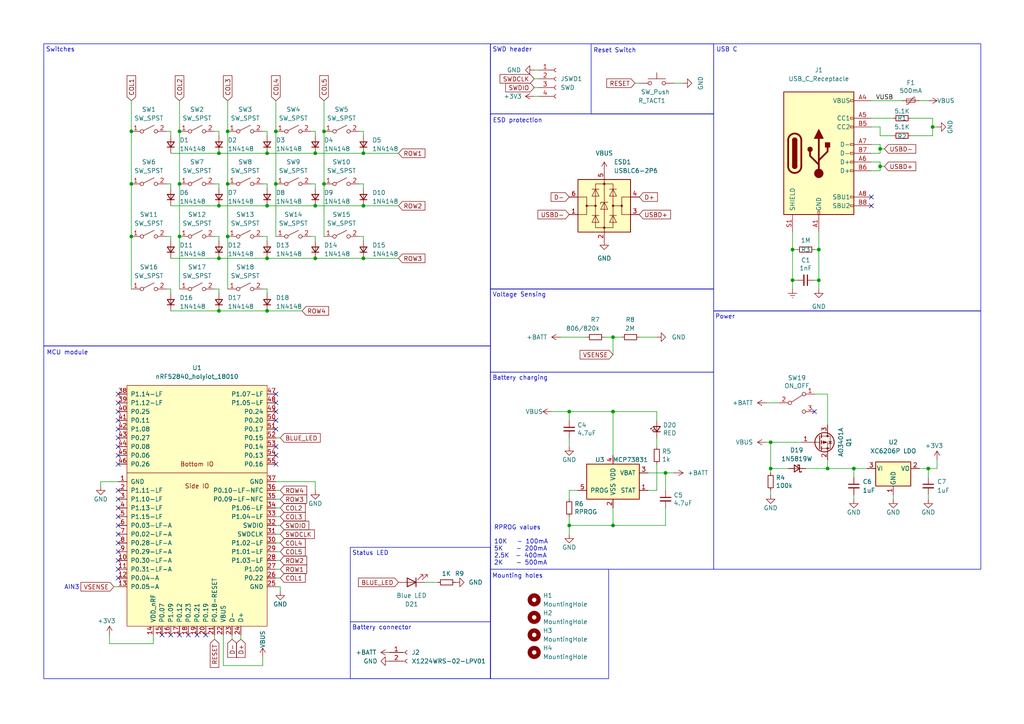
<source format=kicad_sch>
(kicad_sch (version 20231120) (generator "eeschema") (generator_version "8.0")
  (paper "A4")
  (junction (at 38.1 53.34))
  (junction (at 38.1 68.58))
  (junction (at 165.1 119.38))
  (junction (at 91.44 74.93))
  (junction (at 270.51 36.83))
  (junction (at 237.49 81.28))
  (junction (at 93.98 38.1))
  (junction (at 91.44 44.45))
  (junction (at 247.65 135.89))
  (junction (at 80.01 38.1))
  (junction (at 255.27 48.26))
  (junction (at 52.07 68.58))
  (junction (at 229.87 72.39))
  (junction (at 105.41 59.69))
  (junction (at 193.04 137.16))
  (junction (at 105.41 74.93))
  (junction (at 66.04 53.34))
  (junction (at 52.07 53.34))
  (junction (at 77.47 59.69))
  (junction (at 77.47 44.45))
  (junction (at 80.01 53.34))
  (junction (at 63.5 74.93))
  (junction (at 269.24 135.89))
  (junction (at 93.98 53.34))
  (junction (at 223.52 128.27))
  (junction (at 237.49 72.39))
  (junction (at 223.52 135.89))
  (junction (at 240.03 135.89))
  (junction (at 177.8 119.38))
  (junction (at 63.5 90.17))
  (junction (at 66.04 68.58))
  (junction (at 38.1 38.1))
  (junction (at 91.44 59.69))
  (junction (at 165.1 152.4))
  (junction (at 52.07 38.1))
  (junction (at 63.5 44.45))
  (junction (at 63.5 59.69))
  (junction (at 229.87 81.28))
  (junction (at 105.41 44.45))
  (junction (at 177.8 152.4))
  (junction (at 66.04 38.1))
  (junction (at 77.47 90.17))
  (junction (at 177.8 97.79))
  (junction (at 77.47 74.93))
  (junction (at 255.27 43.18))
  (no_connect (at 34.29 142.24))
  (no_connect (at 80.01 114.3))
  (no_connect (at 34.29 149.86))
  (no_connect (at 80.01 116.84))
  (no_connect (at 80.01 121.92))
  (no_connect (at 34.29 167.64))
  (no_connect (at 34.29 157.48))
  (no_connect (at 34.29 144.78))
  (no_connect (at 34.29 121.92))
  (no_connect (at 34.29 160.02))
  (no_connect (at 59.69 184.15))
  (no_connect (at 52.07 184.15))
  (no_connect (at 80.01 119.38))
  (no_connect (at 236.22 119.38))
  (no_connect (at 34.29 152.4))
  (no_connect (at 80.01 132.08))
  (no_connect (at 34.29 147.32))
  (no_connect (at 34.29 134.62))
  (no_connect (at 34.29 116.84))
  (no_connect (at 34.29 132.08))
  (no_connect (at 80.01 129.54))
  (no_connect (at 80.01 124.46))
  (no_connect (at 252.73 57.15))
  (no_connect (at 34.29 129.54))
  (no_connect (at 80.01 134.62))
  (no_connect (at 54.61 184.15))
  (no_connect (at 34.29 124.46))
  (no_connect (at 49.53 184.15))
  (no_connect (at 252.73 59.69))
  (no_connect (at 34.29 154.94))
  (no_connect (at 34.29 127))
  (no_connect (at 34.29 165.1))
  (no_connect (at 34.29 114.3))
  (no_connect (at 46.99 184.15))
  (no_connect (at 34.29 119.38))
  (no_connect (at 34.29 162.56))
  (no_connect (at 57.15 184.15))
  (wire (pts (xy 63.5 90.17) (xy 77.47 90.17)))
  (wire (pts (xy 64.77 184.15) (xy 64.77 193.04)))
  (wire (pts (xy 63.5 53.34) (xy 62.23 53.34)))
  (wire (pts (xy 154.94 20.32) (xy 156.21 20.32)))
  (wire (pts (xy 63.5 44.45) (xy 77.47 44.45)))
  (wire (pts (xy 29.21 139.7) (xy 29.21 140.97)))
  (wire (pts (xy 91.44 53.34) (xy 90.17 53.34)))
  (wire (pts (xy 91.44 54.61) (xy 91.44 53.34)))
  (wire (pts (xy 31.75 186.69) (xy 44.45 186.69)))
  (wire (pts (xy 91.44 38.1) (xy 90.17 38.1)))
  (wire (pts (xy 266.7 29.21) (xy 269.24 29.21)))
  (wire (pts (xy 91.44 68.58) (xy 90.17 68.58)))
  (wire (pts (xy 77.47 69.85) (xy 77.47 68.58)))
  (wire (pts (xy 252.73 46.99) (xy 255.27 46.99)))
  (wire (pts (xy 49.53 38.1) (xy 48.26 38.1)))
  (wire (pts (xy 66.04 53.34) (xy 66.04 68.58)))
  (wire (pts (xy 49.53 59.69) (xy 63.5 59.69)))
  (wire (pts (xy 237.49 72.39) (xy 237.49 67.31)))
  (wire (pts (xy 81.28 144.78) (xy 80.01 144.78)))
  (wire (pts (xy 77.47 68.58) (xy 76.2 68.58)))
  (wire (pts (xy 229.87 81.28) (xy 229.87 72.39)))
  (wire (pts (xy 233.68 135.89) (xy 240.03 135.89)))
  (wire (pts (xy 63.5 69.85) (xy 63.5 68.58)))
  (wire (pts (xy 81.28 167.64) (xy 80.01 167.64)))
  (wire (pts (xy 229.87 81.28) (xy 231.14 81.28)))
  (wire (pts (xy 105.41 74.93) (xy 115.57 74.93)))
  (wire (pts (xy 81.28 160.02) (xy 80.01 160.02)))
  (wire (pts (xy 105.41 68.58) (xy 105.41 69.85)))
  (wire (pts (xy 91.44 74.93) (xy 105.41 74.93)))
  (wire (pts (xy 187.96 142.24) (xy 190.5 142.24)))
  (wire (pts (xy 91.44 139.7) (xy 91.44 142.24)))
  (wire (pts (xy 49.53 39.37) (xy 49.53 38.1)))
  (wire (pts (xy 237.49 81.28) (xy 237.49 72.39)))
  (wire (pts (xy 105.41 44.45) (xy 115.57 44.45)))
  (wire (pts (xy 193.04 137.16) (xy 193.04 142.24)))
  (wire (pts (xy 222.25 116.84) (xy 226.06 116.84)))
  (wire (pts (xy 269.24 135.89) (xy 269.24 138.43)))
  (wire (pts (xy 177.8 147.32) (xy 177.8 152.4)))
  (wire (pts (xy 77.47 38.1) (xy 76.2 38.1)))
  (wire (pts (xy 255.27 48.26) (xy 255.27 49.53)))
  (wire (pts (xy 165.1 154.94) (xy 165.1 152.4)))
  (wire (pts (xy 184.15 24.13) (xy 185.42 24.13)))
  (wire (pts (xy 270.51 36.83) (xy 271.78 36.83)))
  (wire (pts (xy 77.47 90.17) (xy 87.63 90.17)))
  (wire (pts (xy 237.49 83.82) (xy 237.49 81.28)))
  (wire (pts (xy 66.04 68.58) (xy 66.04 83.82)))
  (wire (pts (xy 255.27 43.18) (xy 255.27 44.45)))
  (wire (pts (xy 49.53 74.93) (xy 63.5 74.93)))
  (wire (pts (xy 236.22 81.28) (xy 237.49 81.28)))
  (wire (pts (xy 193.04 137.16) (xy 195.58 137.16)))
  (wire (pts (xy 77.47 44.45) (xy 91.44 44.45)))
  (wire (pts (xy 63.5 85.09) (xy 63.5 83.82)))
  (wire (pts (xy 270.51 39.37) (xy 264.16 39.37)))
  (wire (pts (xy 236.22 72.39) (xy 237.49 72.39)))
  (wire (pts (xy 177.8 119.38) (xy 177.8 132.08)))
  (wire (pts (xy 228.6 135.89) (xy 223.52 135.89)))
  (wire (pts (xy 259.08 143.51) (xy 259.08 144.78)))
  (wire (pts (xy 105.41 38.1) (xy 105.41 39.37)))
  (wire (pts (xy 252.73 49.53) (xy 255.27 49.53)))
  (wire (pts (xy 162.56 97.79) (xy 170.18 97.79)))
  (wire (pts (xy 63.5 74.93) (xy 77.47 74.93)))
  (wire (pts (xy 81.28 157.48) (xy 80.01 157.48)))
  (wire (pts (xy 255.27 46.99) (xy 255.27 48.26)))
  (wire (pts (xy 81.28 147.32) (xy 80.01 147.32)))
  (wire (pts (xy 165.1 142.24) (xy 165.1 144.78)))
  (wire (pts (xy 154.94 22.86) (xy 156.21 22.86)))
  (wire (pts (xy 187.96 137.16) (xy 193.04 137.16)))
  (wire (pts (xy 195.58 24.13) (xy 198.12 24.13)))
  (wire (pts (xy 80.01 29.21) (xy 80.01 38.1)))
  (wire (pts (xy 67.31 184.15) (xy 67.31 185.42)))
  (wire (pts (xy 80.01 154.94) (xy 81.28 154.94)))
  (wire (pts (xy 190.5 142.24) (xy 190.5 134.62)))
  (wire (pts (xy 31.75 186.69) (xy 31.75 184.15)))
  (wire (pts (xy 256.54 43.18) (xy 255.27 43.18)))
  (wire (pts (xy 175.26 97.79) (xy 177.8 97.79)))
  (wire (pts (xy 76.2 193.04) (xy 76.2 190.5)))
  (wire (pts (xy 63.5 38.1) (xy 62.23 38.1)))
  (wire (pts (xy 52.07 29.21) (xy 52.07 38.1)))
  (wire (pts (xy 240.03 114.3) (xy 240.03 123.19)))
  (wire (pts (xy 177.8 97.79) (xy 180.34 97.79)))
  (wire (pts (xy 33.02 170.18) (xy 34.29 170.18)))
  (wire (pts (xy 91.44 69.85) (xy 91.44 68.58)))
  (wire (pts (xy 240.03 135.89) (xy 247.65 135.89)))
  (wire (pts (xy 223.52 135.89) (xy 223.52 137.16)))
  (wire (pts (xy 190.5 121.92) (xy 190.5 119.38)))
  (wire (pts (xy 49.53 53.34) (xy 48.26 53.34)))
  (wire (pts (xy 270.51 39.37) (xy 270.51 36.83)))
  (wire (pts (xy 229.87 83.82) (xy 229.87 81.28)))
  (wire (pts (xy 255.27 41.91) (xy 255.27 43.18)))
  (wire (pts (xy 105.41 53.34) (xy 104.14 53.34)))
  (wire (pts (xy 77.47 83.82) (xy 77.47 85.09)))
  (wire (pts (xy 49.53 90.17) (xy 63.5 90.17)))
  (wire (pts (xy 252.73 41.91) (xy 255.27 41.91)))
  (wire (pts (xy 80.01 139.7) (xy 91.44 139.7)))
  (wire (pts (xy 177.8 152.4) (xy 193.04 152.4)))
  (wire (pts (xy 81.28 170.18) (xy 81.28 171.45)))
  (wire (pts (xy 165.1 121.92) (xy 165.1 119.38)))
  (wire (pts (xy 77.47 59.69) (xy 91.44 59.69)))
  (wire (pts (xy 264.16 34.29) (xy 270.51 34.29)))
  (wire (pts (xy 91.44 44.45) (xy 105.41 44.45)))
  (wire (pts (xy 105.41 68.58) (xy 104.14 68.58)))
  (wire (pts (xy 247.65 135.89) (xy 247.65 138.43)))
  (wire (pts (xy 63.5 59.69) (xy 77.47 59.69)))
  (wire (pts (xy 64.77 193.04) (xy 76.2 193.04)))
  (wire (pts (xy 44.45 186.69) (xy 44.45 184.15)))
  (wire (pts (xy 80.01 170.18) (xy 81.28 170.18)))
  (wire (pts (xy 63.5 54.61) (xy 63.5 53.34)))
  (wire (pts (xy 77.47 39.37) (xy 77.47 38.1)))
  (wire (pts (xy 255.27 39.37) (xy 259.08 39.37)))
  (wire (pts (xy 52.07 53.34) (xy 52.07 68.58)))
  (wire (pts (xy 77.47 74.93) (xy 91.44 74.93)))
  (wire (pts (xy 167.64 142.24) (xy 165.1 142.24)))
  (wire (pts (xy 34.29 139.7) (xy 29.21 139.7)))
  (wire (pts (xy 255.27 36.83) (xy 252.73 36.83)))
  (wire (pts (xy 81.28 162.56) (xy 80.01 162.56)))
  (wire (pts (xy 255.27 39.37) (xy 255.27 36.83)))
  (wire (pts (xy 93.98 29.21) (xy 93.98 38.1)))
  (wire (pts (xy 236.22 114.3) (xy 240.03 114.3)))
  (wire (pts (xy 247.65 143.51) (xy 247.65 144.78)))
  (wire (pts (xy 271.78 133.35) (xy 271.78 135.89)))
  (wire (pts (xy 154.94 27.94) (xy 156.21 27.94)))
  (wire (pts (xy 38.1 29.21) (xy 38.1 38.1)))
  (wire (pts (xy 177.8 152.4) (xy 165.1 152.4)))
  (wire (pts (xy 52.07 68.58) (xy 52.07 83.82)))
  (wire (pts (xy 38.1 38.1) (xy 38.1 53.34)))
  (wire (pts (xy 66.04 29.21) (xy 66.04 38.1)))
  (wire (pts (xy 177.8 97.79) (xy 177.8 102.87)))
  (wire (pts (xy 154.94 25.4) (xy 156.21 25.4)))
  (wire (pts (xy 165.1 127) (xy 165.1 129.54)))
  (wire (pts (xy 105.41 59.69) (xy 115.57 59.69)))
  (wire (pts (xy 223.52 135.89) (xy 223.52 128.27)))
  (wire (pts (xy 223.52 142.24) (xy 223.52 143.51)))
  (wire (pts (xy 93.98 38.1) (xy 93.98 53.34)))
  (wire (pts (xy 105.41 53.34) (xy 105.41 54.61)))
  (wire (pts (xy 80.01 53.34) (xy 80.01 68.58)))
  (wire (pts (xy 63.5 39.37) (xy 63.5 38.1)))
  (wire (pts (xy 91.44 59.69) (xy 105.41 59.69)))
  (wire (pts (xy 252.73 44.45) (xy 255.27 44.45)))
  (wire (pts (xy 80.01 127) (xy 81.28 127)))
  (wire (pts (xy 38.1 53.34) (xy 38.1 68.58)))
  (wire (pts (xy 165.1 119.38) (xy 177.8 119.38)))
  (wire (pts (xy 229.87 72.39) (xy 231.14 72.39)))
  (wire (pts (xy 271.78 135.89) (xy 269.24 135.89)))
  (wire (pts (xy 49.53 83.82) (xy 48.26 83.82)))
  (wire (pts (xy 259.08 34.29) (xy 252.73 34.29)))
  (wire (pts (xy 49.53 83.82) (xy 49.53 85.09)))
  (wire (pts (xy 81.28 142.24) (xy 80.01 142.24)))
  (wire (pts (xy 81.28 165.1) (xy 80.01 165.1)))
  (wire (pts (xy 63.5 83.82) (xy 62.23 83.82)))
  (wire (pts (xy 269.24 143.51) (xy 269.24 144.78)))
  (wire (pts (xy 240.03 135.89) (xy 240.03 133.35)))
  (wire (pts (xy 49.53 54.61) (xy 49.53 53.34)))
  (wire (pts (xy 190.5 119.38) (xy 177.8 119.38)))
  (wire (pts (xy 66.04 38.1) (xy 66.04 53.34)))
  (wire (pts (xy 93.98 53.34) (xy 93.98 68.58)))
  (wire (pts (xy 38.1 68.58) (xy 38.1 83.82)))
  (wire (pts (xy 80.01 38.1) (xy 80.01 53.34)))
  (wire (pts (xy 223.52 128.27) (xy 232.41 128.27)))
  (wire (pts (xy 77.47 53.34) (xy 76.2 53.34)))
  (wire (pts (xy 160.02 119.38) (xy 165.1 119.38)))
  (wire (pts (xy 69.85 184.15) (xy 69.85 185.42)))
  (wire (pts (xy 190.5 129.54) (xy 190.5 127)))
  (wire (pts (xy 165.1 149.86) (xy 165.1 152.4)))
  (wire (pts (xy 270.51 34.29) (xy 270.51 36.83)))
  (wire (pts (xy 269.24 135.89) (xy 266.7 135.89)))
  (wire (pts (xy 49.53 69.85) (xy 49.53 68.58)))
  (wire (pts (xy 63.5 68.58) (xy 62.23 68.58)))
  (wire (pts (xy 52.07 38.1) (xy 52.07 53.34)))
  (wire (pts (xy 123.19 168.91) (xy 127 168.91)))
  (wire (pts (xy 91.44 39.37) (xy 91.44 38.1)))
  (wire (pts (xy 49.53 68.58) (xy 48.26 68.58)))
  (wire (pts (xy 81.28 149.86) (xy 80.01 149.86)))
  (wire (pts (xy 229.87 72.39) (xy 229.87 67.31)))
  (wire (pts (xy 251.46 135.89) (xy 247.65 135.89)))
  (wire (pts (xy 252.73 29.21) (xy 261.62 29.21)))
  (wire (pts (xy 49.53 44.45) (xy 63.5 44.45)))
  (wire (pts (xy 222.25 128.27) (xy 223.52 128.27)))
  (wire (pts (xy 81.28 152.4) (xy 80.01 152.4)))
  (wire (pts (xy 256.54 48.26) (xy 255.27 48.26)))
  (wire (pts (xy 185.42 97.79) (xy 190.5 97.79)))
  (wire (pts (xy 193.04 147.32) (xy 193.04 152.4)))
  (wire (pts (xy 105.41 38.1) (xy 104.14 38.1)))
  (wire (pts (xy 77.47 54.61) (xy 77.47 53.34)))
  (wire (pts (xy 77.47 83.82) (xy 76.2 83.82)))
  (wire (pts (xy 62.23 184.15) (xy 62.23 185.42)))
  (rectangle (start 142.24 107.95) (end 207.01 165.1))
  (rectangle (start 207.01 12.7) (end 284.48 90.17))
  (rectangle (start 207.01 90.17) (end 284.48 165.1))
  (rectangle (start 142.24 83.82) (end 207.01 107.95))
  (rectangle (start 171.45 12.7) (end 207.01 33.02))
  (rectangle (start 142.24 165.1) (end 176.53 196.85))
  (rectangle (start 101.6 180.34) (end 142.24 196.85))
  (rectangle (start 101.6 158.75) (end 142.24 180.34))
  (rectangle (start 12.7 100.33) (end 142.24 196.85))
  (rectangle (start 142.24 12.7) (end 207.01 33.02))
  (rectangle (start 12.7 12.7) (end 142.24 100.33))
  (rectangle (start 142.24 33.02) (end 207.01 83.82))
  (text "Battery charging" (at 150.876 109.728 0) (effects (font (size 1.27 1.27))))
  (text "Power" (at 210.312 91.948 0) (effects (font (size 1.27 1.27))))
  (text "RPROG values\n\n10K   - 100mA\n5K    - 200mA\n2.5K  - 400mA\n2K    - 500mA" (at 143.256 164.084 0) (effects (font (size 1.27 1.27)) (justify left bottom)))
  (text "Mounting holes" (at 150.114 167.132 0) (effects (font (size 1.27 1.27))))
  (text "SWD header" (at 148.59 14.478 0) (effects (font (size 1.27 1.27))))
  (text "AIN3" (at 20.828 170.434 0) (effects (font (size 1.27 1.27))))
  (text "Switches" (at 17.526 14.478 0) (effects (font (size 1.27 1.27))))
  (text "Voltage Sensing" (at 150.622 85.598 0) (effects (font (size 1.27 1.27))))
  (text "USB C" (at 210.82 14.478 0) (effects (font (size 1.27 1.27))))
  (text "Status LED" (at 107.442 160.528 0) (effects (font (size 1.27 1.27))))
  (text "Battery connector" (at 110.744 182.118 0) (effects (font (size 1.27 1.27))))
  (text "MCU module" (at 19.558 102.362 0) (effects (font (size 1.27 1.27))))
  (text "Reset Switch" (at 178.308 14.732 0) (effects (font (size 1.27 1.27))))
  (text "ESD protection" (at 150.114 35.052 0) (effects (font (size 1.27 1.27))))
  (label "VUSB" (at 254 29.21 0))
  (global_label "ROW2" (shape input) (at 81.28 162.56 0) (property "Intersheetrefs" "${INTERSHEET_REFS}" (effects (hide yes))))
  (global_label "ROW1" (shape input) (at 115.57 44.45 0) (property "Intersheetrefs" "${INTERSHEET_REFS}" (effects (hide yes))))
  (global_label "BLUE_LED" (shape input) (at 81.28 127 0) (property "Intersheetrefs" "${INTERSHEET_REFS}" (effects (hide yes))))
  (global_label "USBD+" (shape input) (at 185.42 62.23 0) (property "Intersheetrefs" "${INTERSHEET_REFS}" (effects (hide yes))))
  (global_label "SWDCLK" (shape input) (at 154.94 22.86 180) (property "Intersheetrefs" "${INTERSHEET_REFS}" (effects (hide yes))))
  (global_label "COL4" (shape input) (at 81.28 157.48 0) (property "Intersheetrefs" "${INTERSHEET_REFS}" (effects (hide yes))))
  (global_label "ROW3" (shape input) (at 115.57 74.93 0) (property "Intersheetrefs" "${INTERSHEET_REFS}" (effects (hide yes))))
  (global_label "COL2" (shape input) (at 81.28 147.32 0) (property "Intersheetrefs" "${INTERSHEET_REFS}" (effects (hide yes))))
  (global_label "SWDIO" (shape input) (at 81.28 152.4 0) (property "Intersheetrefs" "${INTERSHEET_REFS}" (effects (hide yes))))
  (global_label "BLUE_LED" (shape input) (at 115.57 168.91 180) (property "Intersheetrefs" "${INTERSHEET_REFS}" (effects (hide yes))))
  (global_label "RESET" (shape input) (at 62.23 185.42 270) (property "Intersheetrefs" "${INTERSHEET_REFS}" (effects (hide yes))))
  (global_label "VSENSE" (shape input) (at 33.02 170.18 180) (property "Intersheetrefs" "${INTERSHEET_REFS}" (effects (hide yes))))
  (global_label "SWDCLK" (shape input) (at 81.28 154.94 0) (property "Intersheetrefs" "${INTERSHEET_REFS}" (effects (hide yes))))
  (global_label "D-" (shape input) (at 67.31 185.42 270) (property "Intersheetrefs" "${INTERSHEET_REFS}" (effects (hide yes))))
  (global_label "ROW3" (shape input) (at 81.28 144.78 0) (property "Intersheetrefs" "${INTERSHEET_REFS}" (effects (hide yes))))
  (global_label "COL1" (shape input) (at 38.1 29.21 90) (property "Intersheetrefs" "${INTERSHEET_REFS}" (effects (hide yes))))
  (global_label "VSENSE" (shape input) (at 177.8 102.87 180) (property "Intersheetrefs" "${INTERSHEET_REFS}" (effects (hide yes))))
  (global_label "SWDIO" (shape input) (at 154.94 25.4 180) (property "Intersheetrefs" "${INTERSHEET_REFS}" (effects (hide yes))))
  (global_label "USBD-" (shape input) (at 165.1 62.23 180) (property "Intersheetrefs" "${INTERSHEET_REFS}" (effects (hide yes))))
  (global_label "COL5" (shape input) (at 93.98 29.21 90) (property "Intersheetrefs" "${INTERSHEET_REFS}" (effects (hide yes))))
  (global_label "COL3" (shape input) (at 81.28 149.86 0) (property "Intersheetrefs" "${INTERSHEET_REFS}" (effects (hide yes))))
  (global_label "USBD+" (shape input) (at 256.54 48.26 0) (property "Intersheetrefs" "${INTERSHEET_REFS}" (effects (hide yes))))
  (global_label "ROW4" (shape input) (at 81.28 142.24 0) (property "Intersheetrefs" "${INTERSHEET_REFS}" (effects (hide yes))))
  (global_label "D+" (shape input) (at 69.85 185.42 270) (property "Intersheetrefs" "${INTERSHEET_REFS}" (effects (hide yes))))
  (global_label "COL5" (shape input) (at 81.28 160.02 0) (property "Intersheetrefs" "${INTERSHEET_REFS}" (effects (hide yes))))
  (global_label "COL4" (shape input) (at 80.01 29.21 90) (property "Intersheetrefs" "${INTERSHEET_REFS}" (effects (hide yes))))
  (global_label "ROW2" (shape input) (at 115.57 59.69 0) (property "Intersheetrefs" "${INTERSHEET_REFS}" (effects (hide yes))))
  (global_label "D+" (shape input) (at 185.42 57.15 0) (property "Intersheetrefs" "${INTERSHEET_REFS}" (effects (hide yes))))
  (global_label "COL2" (shape input) (at 52.07 29.21 90) (property "Intersheetrefs" "${INTERSHEET_REFS}" (effects (hide yes))))
  (global_label "COL3" (shape input) (at 66.04 29.21 90) (property "Intersheetrefs" "${INTERSHEET_REFS}" (effects (hide yes))))
  (global_label "USBD-" (shape input) (at 256.54 43.18 0) (property "Intersheetrefs" "${INTERSHEET_REFS}" (effects (hide yes))))
  (global_label "ROW1" (shape input) (at 81.28 165.1 0) (property "Intersheetrefs" "${INTERSHEET_REFS}" (effects (hide yes))))
  (global_label "ROW4" (shape input) (at 87.63 90.17 0) (property "Intersheetrefs" "${INTERSHEET_REFS}" (effects (hide yes))))
  (global_label "COL1" (shape input) (at 81.28 167.64 0) (property "Intersheetrefs" "${INTERSHEET_REFS}" (effects (hide yes))))
  (global_label "RESET" (shape input) (at 184.15 24.13 180) (property "Intersheetrefs" "${INTERSHEET_REFS}" (effects (hide yes))))
  (global_label "D-" (shape input) (at 165.1 57.15 180) (property "Intersheetrefs" "${INTERSHEET_REFS}" (effects (hide yes))))
  (symbol (lib_id "power:GND") (at 132.08 168.91 90) (unit 1)
    (property "Reference" "#PWR024" (effects (hide yes)))
    (property "Value" "GND" (at 135.89 168.9099 90) (effects (justify right)))
  )
  (symbol (lib_id "power:GND") (at 190.5 97.79 90) (unit 1)
    (property "Reference" "#PWR019" (effects (hide yes)))
    (property "Value" "GND" (at 196.85 97.79 90))
  )
  (symbol (lib_id "Mechanical:MountingHole") (at 154.94 184.15 0) (unit 1) (exclude_from_sim yes) (in_bom no)
    (property "Reference" "H3" (at 157.48 182.8799 0) (effects (justify left)))
    (property "Value" "MountingHole" (at 157.48 185.4199 0) (effects (justify left)))
    (property "Footprint" "carpo:StandoffHole_4.3mm" (effects (hide yes)))
    (property "Description" "Mounting Hole without connection" (effects (hide yes)))
  )
  (symbol (lib_id "Device:D_Small") (at 91.44 41.91 90) (unit 1)
    (property "Reference" "D4" (at 93.98 40.6399 90) (effects (justify right)))
    (property "Value" "1N4148" (at 93.98 43.1799 90) (effects (justify right)))
    (property "Footprint" "Diode_SMD:D_SOD-123" (effects (hide yes)))
    (property "Description" "Diode, small symbol" (effects (hide yes)))
    (property "Sim.Device" "D" (effects (hide yes)))
    (property "Sim.Pins" "1=K 2=A" (effects (hide yes)))
  )
  (symbol (lib_id "Device:D_Small") (at 105.41 72.39 90) (unit 1)
    (property "Reference" "D15" (at 107.95 71.1199 90) (effects (justify right)))
    (property "Value" "1N4148" (at 107.95 73.6599 90) (effects (justify right)))
    (property "Footprint" "Diode_SMD:D_SOD-123" (effects (hide yes)))
    (property "Description" "Diode, small symbol" (effects (hide yes)))
    (property "Sim.Device" "D" (effects (hide yes)))
    (property "Sim.Pins" "1=K 2=A" (effects (hide yes)))
  )
  (symbol (lib_id "power:GND") (at 223.52 143.51 0) (unit 1)
    (property "Reference" "#PWR09" (effects (hide yes)))
    (property "Value" "GND" (at 223.52 147.32 0))
  )
  (symbol (lib_id "Mechanical:MountingHole") (at 154.94 189.23 0) (unit 1) (exclude_from_sim yes) (in_bom no)
    (property "Reference" "H4" (at 157.48 187.9599 0) (effects (justify left)))
    (property "Value" "MountingHole" (at 157.48 190.4999 0) (effects (justify left)))
    (property "Footprint" "carpo:StandoffHole_4.3mm" (effects (hide yes)))
    (property "Description" "Mounting Hole without connection" (effects (hide yes)))
  )
  (symbol (lib_id "power:VBUS") (at 269.24 29.21 270) (unit 1)
    (property "Reference" "#PWR01" (effects (hide yes)))
    (property "Value" "VBUS" (at 274.32 29.21 90))
  )
  (symbol (lib_id "Connector:Conn_01x02_Female") (at 118.11 189.23 0) (unit 1)
    (property "Reference" "J2" (at 119.38 189.2299 0) (effects (justify left)))
    (property "Value" "X1224WRS-02-LPV01" (at 119.38 191.7699 0) (effects (justify left)))
    (property "Footprint" "Connector_Molex:Molex_Pico-EZmate_78171-0002_1x02-1MP_P1.20mm_Vertical" (effects (hide yes)))
  )
  (symbol (lib_id "Device:C_Small") (at 269.24 140.97 0) (unit 1)
    (property "Reference" "C7" (at 271.78 139.7062 0) (effects (justify left)))
    (property "Value" "1uF" (at 271.78 142.2462 0) (effects (justify left)))
    (property "Footprint" "Capacitor_SMD:C_0603_1608Metric" (effects (hide yes)))
  )
  (symbol (lib_name "+BATT_1") (lib_id "power:+BATT") (at 195.58 137.16 270) (unit 1)
    (property "Reference" "#PWR013" (effects (hide yes)))
    (property "Value" "+BATT" (at 199.39 137.1599 90) (effects (justify left)))
    (property "Description" "Power symbol creates a global label with name \"+BATT\"" (effects (hide yes)))
  )
  (symbol (lib_id "Switch:SW_SPST") (at 57.15 53.34 0) (unit 1)
    (property "Reference" "SW7" (at 57.15 46.99 0))
    (property "Value" "SW_SPST" (at 57.15 49.53 0))
    (property "Footprint" "marbastlib-choc:SW_choc_v1_HS_CPG135001S30_1u" (effects (hide yes)))
    (property "Description" "Single Pole Single Throw (SPST) switch" (effects (hide yes)))
  )
  (symbol (lib_id "Switch:SW_SPST") (at 71.12 83.82 0) (unit 1)
    (property "Reference" "SW18" (at 71.12 77.47 0))
    (property "Value" "SW_SPST" (at 71.12 80.01 0))
    (property "Footprint" "marbastlib-choc:SW_choc_v1_HS_CPG135001S30_1u" (effects (hide yes)))
    (property "Description" "Single Pole Single Throw (SPST) switch" (effects (hide yes)))
  )
  (symbol (lib_id "Device:D_Small") (at 77.47 57.15 90) (unit 1)
    (property "Reference" "D8" (at 80.01 55.8799 90) (effects (justify right)))
    (property "Value" "1N4148" (at 80.01 58.4199 90) (effects (justify right)))
    (property "Footprint" "Diode_SMD:D_SOD-123" (effects (hide yes)))
    (property "Description" "Diode, small symbol" (effects (hide yes)))
    (property "Sim.Device" "D" (effects (hide yes)))
    (property "Sim.Pins" "1=K 2=A" (effects (hide yes)))
  )
  (symbol (lib_id "Device:LED") (at 119.38 168.91 180) (unit 1)
    (property "Reference" "D21" (at 119.38 175.26 0))
    (property "Value" "Blue LED" (at 119.38 172.72 0))
    (property "Footprint" "LED_SMD:LED_0603_1608Metric" (effects (hide yes)))
  )
  (symbol (lib_id "power:+3.3V") (at 31.75 184.15 0) (unit 1)
    (property "Reference" "#PWR027" (effects (hide yes)))
    (property "Value" "+3V3" (at 33.528 180.086 0) (effects (justify right)))
  )
  (symbol (lib_id "Device:D_Small") (at 91.44 72.39 90) (unit 1)
    (property "Reference" "D14" (at 93.98 71.1199 90) (effects (justify right)))
    (property "Value" "1N4148" (at 93.98 73.6599 90) (effects (justify right)))
    (property "Footprint" "Diode_SMD:D_SOD-123" (effects (hide yes)))
    (property "Description" "Diode, small symbol" (effects (hide yes)))
    (property "Sim.Device" "D" (effects (hide yes)))
    (property "Sim.Pins" "1=K 2=A" (effects (hide yes)))
  )
  (symbol (lib_id "Device:C_Small") (at 247.65 140.97 0) (unit 1)
    (property "Reference" "C6" (at 250.19 139.7062 0) (effects (justify left)))
    (property "Value" "1uF" (at 250.19 142.2462 0) (effects (justify left)))
    (property "Footprint" "Capacitor_SMD:C_0603_1608Metric" (effects (hide yes)))
  )
  (symbol (lib_id "Device:R_Small") (at 172.72 97.79 90) (unit 1)
    (property "Reference" "R7" (at 173.99 92.71 90) (effects (justify left)))
    (property "Value" "806/820k" (at 173.9899 95.25 90) (effects (justify left)))
    (property "Footprint" "Resistor_SMD:R_0603_1608Metric" (effects (hide yes)))
  )
  (symbol (lib_id "Switch:SW_SPST") (at 71.12 68.58 0) (unit 1)
    (property "Reference" "SW13" (at 71.12 62.23 0))
    (property "Value" "SW_SPST" (at 71.12 64.77 0))
    (property "Footprint" "marbastlib-choc:SW_choc_v1_HS_CPG135001S30_1u" (effects (hide yes)))
    (property "Description" "Single Pole Single Throw (SPST) switch" (effects (hide yes)))
  )
  (symbol (lib_id "Switch:SW_SPST") (at 85.09 68.58 0) (unit 1)
    (property "Reference" "SW14" (at 85.09 62.23 0))
    (property "Value" "SW_SPST" (at 85.09 64.77 0))
    (property "Footprint" "marbastlib-choc:SW_choc_v1_HS_CPG135001S30_1u" (effects (hide yes)))
    (property "Description" "Single Pole Single Throw (SPST) switch" (effects (hide yes)))
  )
  (symbol (lib_id "Device:C_Small") (at 165.1 124.46 0) (unit 1)
    (property "Reference" "C4" (at 167.4368 123.2916 0) (effects (justify left)))
    (property "Value" "4.7uF" (at 167.4368 125.603 0) (effects (justify left)))
    (property "Footprint" "Capacitor_SMD:C_0603_1608Metric" (effects (hide yes)))
    (property "LCSC" "C19666" (effects (hide yes)))
  )
  (symbol (lib_id "Device:D_Small") (at 49.53 87.63 90) (unit 1)
    (property "Reference" "D16" (at 52.07 86.3599 90) (effects (justify right)))
    (property "Value" "1N4148" (at 52.07 88.8999 90) (effects (justify right)))
    (property "Footprint" "Diode_SMD:D_SOD-123" (effects (hide yes)))
    (property "Description" "Diode, small symbol" (effects (hide yes)))
    (property "Sim.Device" "D" (effects (hide yes)))
    (property "Sim.Pins" "1=K 2=A" (effects (hide yes)))
  )
  (symbol (lib_id "Device:D_Small") (at 63.5 72.39 90) (unit 1)
    (property "Reference" "D12" (at 66.04 71.1199 90) (effects (justify right)))
    (property "Value" "1N4148" (at 66.04 73.6599 90) (effects (justify right)))
    (property "Footprint" "Diode_SMD:D_SOD-123" (effects (hide yes)))
    (property "Description" "Diode, small symbol" (effects (hide yes)))
    (property "Sim.Device" "D" (effects (hide yes)))
    (property "Sim.Pins" "1=K 2=A" (effects (hide yes)))
  )
  (symbol (lib_id "power:GND") (at 165.1 129.54 0) (unit 1)
    (property "Reference" "#PWR05" (effects (hide yes)))
    (property "Value" "GND" (at 165.1 133.35 0))
  )
  (symbol (lib_id "Device:R_Small") (at 190.5 132.08 180) (unit 1)
    (property "Reference" "R5" (at 191.9986 130.9116 0) (effects (justify right)))
    (property "Value" "1k" (at 191.9986 133.223 0) (effects (justify right)))
    (property "Footprint" "Resistor_SMD:R_0603_1608Metric" (effects (hide yes)))
    (property "LCSC" "C21190" (effects (hide yes)))
  )
  (symbol (lib_id "Device:D_Small") (at 105.41 57.15 90) (unit 1)
    (property "Reference" "D10" (at 107.95 55.8799 90) (effects (justify right)))
    (property "Value" "1N4148" (at 107.95 58.4199 90) (effects (justify right)))
    (property "Footprint" "Diode_SMD:D_SOD-123" (effects (hide yes)))
    (property "Description" "Diode, small symbol" (effects (hide yes)))
    (property "Sim.Device" "D" (effects (hide yes)))
    (property "Sim.Pins" "1=K 2=A" (effects (hide yes)))
  )
  (symbol (lib_id "power:GND") (at 237.49 83.82 0) (unit 1)
    (property "Reference" "#PWR04" (effects (hide yes)))
    (property "Value" "GND" (at 237.49 88.9 0))
  )
  (symbol (lib_id "Switch:SW_SPST") (at 85.09 53.34 0) (unit 1)
    (property "Reference" "SW9" (at 85.09 46.99 0))
    (property "Value" "SW_SPST" (at 85.09 49.53 0))
    (property "Footprint" "marbastlib-choc:SW_choc_v1_HS_CPG135001S30_1u" (effects (hide yes)))
    (property "Description" "Single Pole Single Throw (SPST) switch" (effects (hide yes)))
  )
  (symbol (lib_id "Battery_Management:MCP73831-2-OT") (at 177.8 139.7 0) (unit 1)
    (property "Reference" "U3" (at 173.99 133.35 0))
    (property "Value" "MCP73831" (at 182.88 133.35 0))
    (property "Footprint" "Package_TO_SOT_SMD:SOT-23-5" (effects (hide yes)))
    (property "Datasheet" "http://ww1.microchip.com/downloads/en/DeviceDoc/20001984g.pdf" (effects (hide yes)))
    (property "LCSC" "C14879" (effects (hide yes)))
  )
  (symbol (lib_id "Switch:SW_SPST") (at 99.06 38.1 0) (unit 1)
    (property "Reference" "SW5" (at 99.06 31.75 0))
    (property "Value" "SW_SPST" (at 99.06 34.29 0))
    (property "Footprint" "marbastlib-choc:SW_choc_v1_HS_CPG135001S30_1u" (effects (hide yes)))
    (property "Description" "Single Pole Single Throw (SPST) switch" (effects (hide yes)))
  )
  (symbol (lib_id "power:GND") (at 259.08 144.78 0) (unit 1)
    (property "Reference" "#PWR025" (effects (hide yes)))
    (property "Value" "GND" (at 259.08 148.59 0))
  )
  (symbol (lib_id "power:VBUS") (at 160.02 119.38 90) (unit 1)
    (property "Reference" "#PWR015" (effects (hide yes)))
    (property "Value" "VBUS" (at 154.94 119.38 90))
  )
  (symbol (lib_id "Mechanical:MountingHole") (at 154.94 179.07 0) (unit 1) (exclude_from_sim yes) (in_bom no)
    (property "Reference" "H2" (at 157.48 177.7999 0) (effects (justify left)))
    (property "Value" "MountingHole" (at 157.48 180.3399 0) (effects (justify left)))
    (property "Footprint" "carpo:StandoffHole_4.3mm" (effects (hide yes)))
    (property "Description" "Mounting Hole without connection" (effects (hide yes)))
  )
  (symbol (lib_id "Device:D_Small") (at 49.53 57.15 90) (unit 1)
    (property "Reference" "D6" (at 52.07 55.8799 90) (effects (justify right)))
    (property "Value" "1N4148" (at 52.07 58.4199 90) (effects (justify right)))
    (property "Footprint" "Diode_SMD:D_SOD-123" (effects (hide yes)))
    (property "Description" "Diode, small symbol" (effects (hide yes)))
    (property "Sim.Device" "D" (effects (hide yes)))
    (property "Sim.Pins" "1=K 2=A" (effects (hide yes)))
  )
  (symbol (lib_id "Device:R_Small") (at 182.88 97.79 90) (unit 1)
    (property "Reference" "R8" (at 184.15 92.71 90) (effects (justify left)))
    (property "Value" "2M" (at 184.1499 95.25 90) (effects (justify left)))
    (property "Footprint" "Resistor_SMD:R_0603_1608Metric" (effects (hide yes)))
  )
  (symbol (lib_id "Switch:SW_SPST") (at 43.18 53.34 0) (unit 1)
    (property "Reference" "SW6" (at 43.18 46.99 0))
    (property "Value" "SW_SPST" (at 43.18 49.53 0))
    (property "Footprint" "marbastlib-choc:SW_choc_v1_HS_CPG135001S30_1u" (effects (hide yes)))
    (property "Description" "Single Pole Single Throw (SPST) switch" (effects (hide yes)))
  )
  (symbol (lib_id "Switch:SW_SPST") (at 57.15 38.1 0) (unit 1)
    (property "Reference" "SW2" (at 57.15 31.75 0))
    (property "Value" "SW_SPST" (at 57.15 34.29 0))
    (property "Footprint" "marbastlib-choc:SW_choc_v1_HS_CPG135001S30_1u" (effects (hide yes)))
    (property "Description" "Single Pole Single Throw (SPST) switch" (effects (hide yes)))
  )
  (symbol (lib_id "Device:R_Small") (at 129.54 168.91 90) (unit 1)
    (property "Reference" "R9" (at 134.62 166.37 90) (effects (justify left)))
    (property "Value" "1K" (at 130.81 166.37 90) (effects (justify left)))
    (property "Footprint" "Resistor_SMD:R_0603_1608Metric" (effects (hide yes)))
  )
  (symbol (lib_id "Switch:SW_Push") (at 190.5 24.13 0) (unit 1)
    (property "Reference" "R_TACT1" (at 193.04 29.21 0) (effects (justify right)))
    (property "Value" "SW_Push" (at 194.31 26.67 0) (effects (justify right)))
    (property "Footprint" "Button_Switch_SMD:Panasonic_EVQPUL_EVQPUC" (effects (hide yes)))
  )
  (symbol (lib_id "power:GND") (at 154.94 20.32 270) (unit 1)
    (property "Reference" "#PWR017" (effects (hide yes)))
    (property "Value" "GND" (at 151.13 20.3199 90) (effects (justify right)))
  )
  (symbol (lib_id "Switch:SW_SPST") (at 43.18 83.82 0) (unit 1)
    (property "Reference" "SW16" (at 43.18 77.47 0))
    (property "Value" "SW_SPST" (at 43.18 80.01 0))
    (property "Footprint" "marbastlib-choc:SW_choc_v1_HS_CPG135001S30_1.5u" (effects (hide yes)))
    (property "Description" "Single Pole Single Throw (SPST) switch" (effects (hide yes)))
  )
  (symbol (lib_name "+BATT_1") (lib_id "power:+BATT") (at 162.56 97.79 90) (unit 1)
    (property "Reference" "#PWR012" (effects (hide yes)))
    (property "Value" "+BATT" (at 158.75 97.7899 90) (effects (justify left)))
    (property "Description" "Power symbol creates a global label with name \"+BATT\"" (effects (hide yes)))
  )
  (symbol (lib_id "kicad-keyboard-parts:XC6206PxxxMR-Regulator_Linear") (at 259.08 135.89 0) (unit 1)
    (property "Reference" "U2" (at 259.08 128.27 0))
    (property "Value" "XC6206P LDO" (at 259.08 130.81 0))
    (property "Footprint" "Package_TO_SOT_SMD:SOT-23" (effects (hide yes)))
    (property "Datasheet" "https://www.torexsemi.com/file/xc6206/XC6206.pdf" (effects (hide yes)))
    (property "LCSC" "C5446" (effects (hide yes)))
  )
  (symbol (lib_id "power:VBUS") (at 76.2 190.5 0) (unit 1)
    (property "Reference" "#PWR07" (effects (hide yes)))
    (property "Value" "VBUS" (at 76.2 185.42 90))
  )
  (symbol (lib_id "Device:D_Small") (at 49.53 41.91 90) (unit 1)
    (property "Reference" "D1" (at 52.07 40.6399 90) (effects (justify right)))
    (property "Value" "1N4148" (at 52.07 43.1799 90) (effects (justify right)))
    (property "Footprint" "Diode_SMD:D_SOD-123" (effects (hide yes)))
    (property "Description" "Diode, small symbol" (effects (hide yes)))
    (property "Sim.Device" "D" (effects (hide yes)))
    (property "Sim.Pins" "1=K 2=A" (effects (hide yes)))
  )
  (symbol (lib_id "Device:D_Small") (at 77.47 72.39 90) (unit 1)
    (property "Reference" "D13" (at 80.01 71.1199 90) (effects (justify right)))
    (property "Value" "1N4148" (at 80.01 73.6599 90) (effects (justify right)))
    (property "Footprint" "Diode_SMD:D_SOD-123" (effects (hide yes)))
    (property "Description" "Diode, small symbol" (effects (hide yes)))
    (property "Sim.Device" "D" (effects (hide yes)))
    (property "Sim.Pins" "1=K 2=A" (effects (hide yes)))
  )
  (symbol (lib_id "Device:D_Schottky_Small") (at 231.14 135.89 180) (unit 1)
    (property "Reference" "D19" (at 229.108 130.556 0) (effects (justify right)))
    (property "Value" "1N5819W" (at 226.568 133.096 0) (effects (justify right)))
    (property "Footprint" "Diode_SMD:D_SOD-123" (effects (hide yes)))
    (property "Description" "Schottky diode, small symbol" (effects (hide yes)))
    (property "LCSC" "C169540" (effects (hide yes)))
  )
  (symbol (lib_id "power:GND") (at 91.44 142.24 0) (unit 1)
    (property "Reference" "#PWR029" (effects (hide yes)))
    (property "Value" "GND" (at 91.44 146.05 0))
  )
  (symbol (lib_id "Mechanical:MountingHole") (at 154.94 173.99 0) (unit 1) (exclude_from_sim yes) (in_bom no)
    (property "Reference" "H1" (at 157.48 172.7199 0) (effects (justify left)))
    (property "Value" "MountingHole" (at 157.48 175.2599 0) (effects (justify left)))
    (property "Footprint" "carpo:StandoffHole_4.3mm" (effects (hide yes)))
    (property "Description" "Mounting Hole without connection" (effects (hide yes)))
  )
  (symbol (lib_id "power:Earth") (at 229.87 83.82 0) (unit 1)
    (property "Reference" "#PWR03" (effects (hide yes)))
    (property "Value" "Earth" (effects (hide yes)))
  )
  (symbol (lib_id "power:+3.3V") (at 154.94 27.94 90) (unit 1)
    (property "Reference" "#PWR016" (effects (hide yes)))
    (property "Value" "+3V3" (at 146.05 27.94 90) (effects (justify right)))
  )
  (symbol (lib_id "power:GND") (at 165.1 154.94 0) (unit 1)
    (property "Reference" "#PWR06" (effects (hide yes)))
    (property "Value" "GND" (at 165.1 158.75 0))
  )
  (symbol (lib_name "+BATT_1") (lib_id "power:+BATT") (at 222.25 116.84 90) (unit 1)
    (property "Reference" "#PWR011" (effects (hide yes)))
    (property "Value" "+BATT" (at 218.44 116.8399 90) (effects (justify left)))
    (property "Description" "Power symbol creates a global label with name \"+BATT\"" (effects (hide yes)))
  )
  (symbol (lib_id "Device:D_Small") (at 91.44 57.15 90) (unit 1)
    (property "Reference" "D9" (at 93.98 55.8799 90) (effects (justify right)))
    (property "Value" "1N4148" (at 93.98 58.4199 90) (effects (justify right)))
    (property "Footprint" "Diode_SMD:D_SOD-123" (effects (hide yes)))
    (property "Description" "Diode, small symbol" (effects (hide yes)))
    (property "Sim.Device" "D" (effects (hide yes)))
    (property "Sim.Pins" "1=K 2=A" (effects (hide yes)))
  )
  (symbol (lib_id "Switch:SW_SPST") (at 99.06 53.34 0) (unit 1)
    (property "Reference" "SW10" (at 99.06 46.99 0))
    (property "Value" "SW_SPST" (at 99.06 49.53 0))
    (property "Footprint" "marbastlib-choc:SW_choc_v1_HS_CPG135001S30_1u" (effects (hide yes)))
    (property "Description" "Single Pole Single Throw (SPST) switch" (effects (hide yes)))
  )
  (symbol (lib_id "power:+3.3V") (at 271.78 133.35 0) (unit 1)
    (property "Reference" "#PWR031" (effects (hide yes)))
    (property "Value" "+3V3" (at 273.558 129.286 0) (effects (justify right)))
  )
  (symbol (lib_id "Power_Protection:USBLC6-2P6") (at 175.26 59.69 0) (unit 1)
    (property "Reference" "ESD1" (at 178.0287 46.99 0) (effects (justify left)))
    (property "Value" "USBLC6-2P6" (at 178.0287 49.53 0) (effects (justify left)))
    (property "Footprint" "Package_TO_SOT_SMD:SOT-666" (effects (hide yes)))
    (property "Datasheet" "https://www.st.com/resource/en/datasheet/usblc6-2.pdf" (effects (hide yes)))
  )
  (symbol (lib_id "Device:R_Small") (at 233.68 72.39 270) (unit 1)
    (property "Reference" "R3" (at 233.68 72.39 90))
    (property "Value" "1M" (at 233.68 69.723 90))
    (property "Footprint" "Resistor_SMD:R_0603_1608Metric" (effects (hide yes)))
  )
  (symbol (lib_id "power:GND") (at 247.65 144.78 0) (unit 1)
    (property "Reference" "#PWR014" (effects (hide yes)))
    (property "Value" "GND" (at 247.65 148.59 0))
  )
  (symbol (lib_id "power:GND") (at 175.26 69.85 0) (unit 1)
    (property "Reference" "#PWR021" (effects (hide yes)))
    (property "Value" "GND" (at 175.26 74.93 0))
  )
  (symbol (lib_id "power:GND") (at 29.21 140.97 0) (unit 1)
    (property "Reference" "#PWR030" (effects (hide yes)))
    (property "Value" "GND" (at 29.21 144.78 0))
  )
  (symbol (lib_id "power:VBUS") (at 175.26 49.53 0) (unit 1)
    (property "Reference" "#PWR020" (effects (hide yes)))
    (property "Value" "VBUS" (at 175.26 44.45 0))
  )
  (symbol (lib_id "Device:C_Small") (at 233.68 81.28 270) (unit 1)
    (property "Reference" "C1" (at 233.68 75.4634 90))
    (property "Value" "1nF" (at 233.68 77.7748 90))
    (property "Footprint" "Capacitor_SMD:C_0603_1608Metric" (effects (hide yes)))
  )
  (symbol (lib_id "Connector:Conn_01x04_Female") (at 161.29 22.86 0) (unit 1)
    (property "Reference" "JSWD1" (at 162.56 22.8599 0) (effects (justify left)))
    (property "Value" "SWD" (at 162.56 25.3999 0) (effects (justify left)))
    (property "Footprint" "carpo:Header_SWD" (effects (hide yes)))
  )
  (symbol (lib_id "Switch:SW_SPST") (at 71.12 38.1 0) (unit 1)
    (property "Reference" "SW3" (at 71.12 31.75 0))
    (property "Value" "SW_SPST" (at 71.12 34.29 0))
    (property "Footprint" "marbastlib-choc:SW_choc_v1_HS_CPG135001S30_1u" (effects (hide yes)))
    (property "Description" "Single Pole Single Throw (SPST) switch" (effects (hide yes)))
  )
  (symbol (lib_name "VBUS_1") (lib_id "power:VBUS") (at 222.25 128.27 90) (unit 1)
    (property "Reference" "#PWR010" (effects (hide yes)))
    (property "Value" "VBUS" (at 218.44 128.2699 90) (effects (justify left)))
    (property "Description" "Power symbol creates a global label with name \"VBUS\"" (effects (hide yes)))
  )
  (symbol (lib_id "power:+BATT") (at 113.03 189.23 90) (unit 1)
    (property "Reference" "#PWR022" (effects (hide yes)))
    (property "Value" "+BATT" (at 109.22 189.2299 90) (effects (justify left)))
  )
  (symbol (lib_id "Switch:SW_SPST") (at 99.06 68.58 0) (unit 1)
    (property "Reference" "SW15" (at 99.06 62.23 0))
    (property "Value" "SW_SPST" (at 99.06 64.77 0))
    (property "Footprint" "marbastlib-choc:SW_choc_v1_HS_CPG135001S30_1u" (effects (hide yes)))
    (property "Description" "Single Pole Single Throw (SPST) switch" (effects (hide yes)))
  )
  (symbol (lib_id "power:GND") (at 271.78 36.83 90) (unit 1)
    (property "Reference" "#PWR02" (effects (hide yes)))
    (property "Value" "GND" (at 275.59 36.83 0))
  )
  (symbol (lib_id "Switch:SW_SPST") (at 85.09 38.1 0) (unit 1)
    (property "Reference" "SW4" (at 85.09 31.75 0))
    (property "Value" "SW_SPST" (at 85.09 34.29 0))
    (property "Footprint" "marbastlib-choc:SW_choc_v1_HS_CPG135001S30_1u" (effects (hide yes)))
    (property "Description" "Single Pole Single Throw (SPST) switch" (effects (hide yes)))
  )
  (symbol (lib_id "power:GND") (at 113.03 191.77 270) (unit 1)
    (property "Reference" "#PWR023" (effects (hide yes)))
    (property "Value" "GND" (at 105.41 191.77 90) (effects (justify left)))
  )
  (symbol (lib_id "Switch:SW_SPST") (at 43.18 38.1 0) (unit 1)
    (property "Reference" "SW1" (at 43.18 31.75 0))
    (property "Value" "SW_SPST" (at 43.18 34.29 0))
    (property "Footprint" "marbastlib-choc:SW_choc_v1_HS_CPG135001S30_1u" (effects (hide yes)))
    (property "Description" "Single Pole Single Throw (SPST) switch" (effects (hide yes)))
  )
  (symbol (lib_id "Device:D_Small") (at 77.47 87.63 90) (unit 1)
    (property "Reference" "D18" (at 80.01 86.3599 90) (effects (justify right)))
    (property "Value" "1N4148" (at 80.01 88.8999 90) (effects (justify right)))
    (property "Footprint" "Diode_SMD:D_SOD-123" (effects (hide yes)))
    (property "Description" "Diode, small symbol" (effects (hide yes)))
    (property "Sim.Device" "D" (effects (hide yes)))
    (property "Sim.Pins" "1=K 2=A" (effects (hide yes)))
  )
  (symbol (lib_id "marbastlib-various:nRF52840_holyiot_18010") (at 57.15 137.16 0) (unit 1)
    (property "Reference" "U1" (at 57.15 106.68 0))
    (property "Value" "nRF52840_holyiot_18010" (at 57.15 109.22 0))
    (property "Footprint" "marbastlib-various:nRF52840_holyiot_18010" (effects (hide yes)))
    (property "Datasheet" "http://www.holyiot.com/tp/2019042516322180424.pdf" (effects (hide yes)))
    (property "Description" "nRF52840 BT LE module" (effects (hide yes)))
  )
  (symbol (lib_id "Device:R_Small") (at 165.1 147.32 0) (unit 1)
    (property "Reference" "R6" (at 166.5986 146.1516 0) (effects (justify left)))
    (property "Value" "RPROG" (at 166.5986 148.463 0) (effects (justify left)))
    (property "Footprint" "Resistor_SMD:R_0603_1608Metric" (effects (hide yes)))
    (property "LCSC" "C22978" (effects (hide yes)))
    (property "Note" "3.3K for 300mAh" (effects (hide yes)))
  )
  (symbol (lib_id "Switch:SW_SPST") (at 57.15 68.58 0) (unit 1)
    (property "Reference" "SW12" (at 57.15 62.23 0))
    (property "Value" "SW_SPST" (at 57.15 64.77 0))
    (property "Footprint" "marbastlib-choc:SW_choc_v1_HS_CPG135001S30_1u" (effects (hide yes)))
    (property "Description" "Single Pole Single Throw (SPST) switch" (effects (hide yes)))
  )
  (symbol (lib_id "Device:LED_Small") (at 190.5 124.46 90) (unit 1)
    (property "Reference" "D20" (at 192.278 123.2916 90) (effects (justify right)))
    (property "Value" "RED" (at 192.278 125.603 90) (effects (justify right)))
    (property "Footprint" "LED_SMD:LED_0603_1608Metric" (effects (hide yes)))
    (property "LCSC" "C2286" (effects (hide yes)))
  )
  (symbol (lib_id "Device:D_Small") (at 49.53 72.39 90) (unit 1)
    (property "Reference" "D11" (at 52.07 71.1199 90) (effects (justify right)))
    (property "Value" "1N4148" (at 52.07 73.6599 90) (effects (justify right)))
    (property "Footprint" "Diode_SMD:D_SOD-123" (effects (hide yes)))
    (property "Description" "Diode, small symbol" (effects (hide yes)))
    (property "Sim.Device" "D" (effects (hide yes)))
    (property "Sim.Pins" "1=K 2=A" (effects (hide yes)))
  )
  (symbol (lib_id "power:GND") (at 198.12 24.13 90) (unit 1)
    (property "Reference" "#PWR018" (effects (hide yes)))
    (property "Value" "GND" (at 203.2 24.13 0))
  )
  (symbol (lib_id "Connector:USB_C_Receptacle_USB2.0") (at 237.49 44.45 0) (unit 1)
    (property "Reference" "J1" (at 237.49 20.32 0))
    (property "Value" "USB_C_Receptacle" (at 237.49 22.86 0))
    (property "Footprint" "carpo:USB-C_C168688" (effects (hide yes)))
    (property "Datasheet" "https://www.usb.org/sites/default/files/documents/usb_type-c.zip" (effects (hide yes)))
  )
  (symbol (lib_id "Device:R_Small") (at 261.62 39.37 90) (mirror x) (unit 1)
    (property "Reference" "R2" (at 261.62 39.624 90))
    (property "Value" "5.1K" (at 261.62 36.83 90))
    (property "Footprint" "Resistor_SMD:R_0603_1608Metric" (effects (hide yes)))
  )
  (symbol (lib_id "Transistor_FET:AO3401A") (at 237.49 128.27 0) (unit 1)
    (property "Reference" "Q1" (at 246.1768 128.27 90))
    (property "Value" "AO3401A" (at 243.8654 128.27 90))
    (property "Footprint" "Package_TO_SOT_SMD:SOT-23" (effects (hide yes)))
    (property "Datasheet" "http://www.aosmd.com/pdfs/datasheet/AO3401A.pdf" (effects (hide yes)))
    (property "LCSC" "C15127" (effects (hide yes)))
  )
  (symbol (lib_id "Device:C_Small") (at 193.04 144.78 0) (unit 1)
    (property "Reference" "C5" (at 195.3768 143.6116 0) (effects (justify left)))
    (property "Value" "4.7uF" (at 195.3768 145.923 0) (effects (justify left)))
    (property "Footprint" "Capacitor_SMD:C_0603_1608Metric" (effects (hide yes)))
    (property "LCSC" "C19666" (effects (hide yes)))
  )
  (symbol (lib_id "Device:D_Small") (at 77.47 41.91 90) (unit 1)
    (property "Reference" "D3" (at 80.01 40.6399 90) (effects (justify right)))
    (property "Value" "1N4148" (at 80.01 43.1799 90) (effects (justify right)))
    (property "Footprint" "Diode_SMD:D_SOD-123" (effects (hide yes)))
    (property "Description" "Diode, small symbol" (effects (hide yes)))
    (property "Sim.Device" "D" (effects (hide yes)))
    (property "Sim.Pins" "1=K 2=A" (effects (hide yes)))
  )
  (symbol (lib_id "Switch:SW_SPST") (at 57.15 83.82 0) (unit 1)
    (property "Reference" "SW17" (at 57.15 77.47 0))
    (property "Value" "SW_SPST" (at 57.15 80.01 0))
    (property "Footprint" "marbastlib-choc:SW_choc_v1_HS_CPG135001S30_1u" (effects (hide yes)))
    (property "Description" "Single Pole Single Throw (SPST) switch" (effects (hide yes)))
  )
  (symbol (lib_id "power:GND") (at 269.24 144.78 0) (unit 1)
    (property "Reference" "#PWR026" (effects (hide yes)))
    (property "Value" "GND" (at 269.24 148.59 0))
  )
  (symbol (lib_id "power:GND") (at 81.28 171.45 0) (unit 1)
    (property "Reference" "#PWR028" (effects (hide yes)))
    (property "Value" "GND" (at 81.28 175.26 0))
  )
  (symbol (lib_id "Device:R_Small") (at 223.52 139.7 180) (unit 1)
    (property "Reference" "R4" (at 225.0186 138.5316 0) (effects (justify right)))
    (property "Value" "100k" (at 225.0186 140.843 0) (effects (justify right)))
    (property "Footprint" "Resistor_SMD:R_0603_1608Metric" (effects (hide yes)))
    (property "LCSC" "C25803" (effects (hide yes)))
  )
  (symbol (lib_id "Switch:SW_SPST") (at 71.12 53.34 0) (unit 1)
    (property "Reference" "SW8" (at 71.12 46.99 0))
    (property "Value" "SW_SPST" (at 71.12 49.53 0))
    (property "Footprint" "marbastlib-choc:SW_choc_v1_HS_CPG135001S30_1u" (effects (hide yes)))
    (property "Description" "Single Pole Single Throw (SPST) switch" (effects (hide yes)))
  )
  (symbol (lib_id "Device:R_Small") (at 261.62 34.29 90) (unit 1)
    (property "Reference" "R1" (at 261.62 34.29 90))
    (property "Value" "5.1K" (at 261.62 32.258 90))
    (property "Footprint" "Resistor_SMD:R_0603_1608Metric" (effects (hide yes)))
  )
  (symbol (lib_id "Device:D_Small") (at 105.41 41.91 90) (unit 1)
    (property "Reference" "D5" (at 107.95 40.6399 90) (effects (justify right)))
    (property "Value" "1N4148" (at 107.95 43.1799 90) (effects (justify right)))
    (property "Footprint" "Diode_SMD:D_SOD-123" (effects (hide yes)))
    (property "Description" "Diode, small symbol" (effects (hide yes)))
    (property "Sim.Device" "D" (effects (hide yes)))
    (property "Sim.Pins" "1=K 2=A" (effects (hide yes)))
  )
  (symbol (lib_id "Device:D_Small") (at 63.5 41.91 90) (unit 1)
    (property "Reference" "D2" (at 66.04 40.6399 90) (effects (justify right)))
    (property "Value" "1N4148" (at 66.04 43.1799 90) (effects (justify right)))
    (property "Footprint" "Diode_SMD:D_SOD-123" (effects (hide yes)))
    (property "Description" "Diode, small symbol" (effects (hide yes)))
    (property "Sim.Device" "D" (effects (hide yes)))
    (property "Sim.Pins" "1=K 2=A" (effects (hide yes)))
  )
  (symbol (lib_id "Switch:SW_SPDT") (at 231.14 116.84 0) (unit 1)
    (property "Reference" "SW19" (at 231.14 109.601 0))
    (property "Value" "ON_OFF" (at 231.14 111.9124 0))
    (property "Footprint" "Button_Switch_SMD:SW_SPDT_PCM12" (effects (hide yes)))
    (property "LCSC" "C431541" (effects (hide yes)))
  )
  (symbol (lib_id "Device:D_Small") (at 63.5 57.15 90) (unit 1)
    (property "Reference" "D7" (at 66.04 55.8799 90) (effects (justify right)))
    (property "Value" "1N4148" (at 66.04 58.4199 90) (effects (justify right)))
    (property "Footprint" "Diode_SMD:D_SOD-123" (effects (hide yes)))
    (property "Description" "Diode, small symbol" (effects (hide yes)))
    (property "Sim.Device" "D" (effects (hide yes)))
    (property "Sim.Pins" "1=K 2=A" (effects (hide yes)))
  )
  (symbol (lib_id "Device:Polyfuse_Small") (at 264.16 29.21 270) (unit 1)
    (property "Reference" "F1" (at 264.16 24.003 90))
    (property "Value" "500mA" (at 264.16 26.3144 90))
    (property "Footprint" "Fuse:Fuse_0805_2012Metric" (effects (hide yes)))
    (property "LCSC" "C355568" (effects (hide yes)))
  )
  (symbol (lib_id "Device:D_Small") (at 63.5 87.63 90) (unit 1)
    (property "Reference" "D17" (at 66.04 86.3599 90) (effects (justify right)))
    (property "Value" "1N4148" (at 66.04 88.8999 90) (effects (justify right)))
    (property "Footprint" "Diode_SMD:D_SOD-123" (effects (hide yes)))
    (property "Description" "Diode, small symbol" (effects (hide yes)))
    (property "Sim.Device" "D" (effects (hide yes)))
    (property "Sim.Pins" "1=K 2=A" (effects (hide yes)))
  )
  (symbol (lib_id "Switch:SW_SPST") (at 43.18 68.58 0) (unit 1)
    (property "Reference" "SW11" (at 43.18 62.23 0))
    (property "Value" "SW_SPST" (at 43.18 64.77 0))
    (property "Footprint" "marbastlib-choc:SW_choc_v1_HS_CPG135001S30_1u" (effects (hide yes)))
    (property "Description" "Single Pole Single Throw (SPST) switch" (effects (hide yes)))
  )
)
</source>
